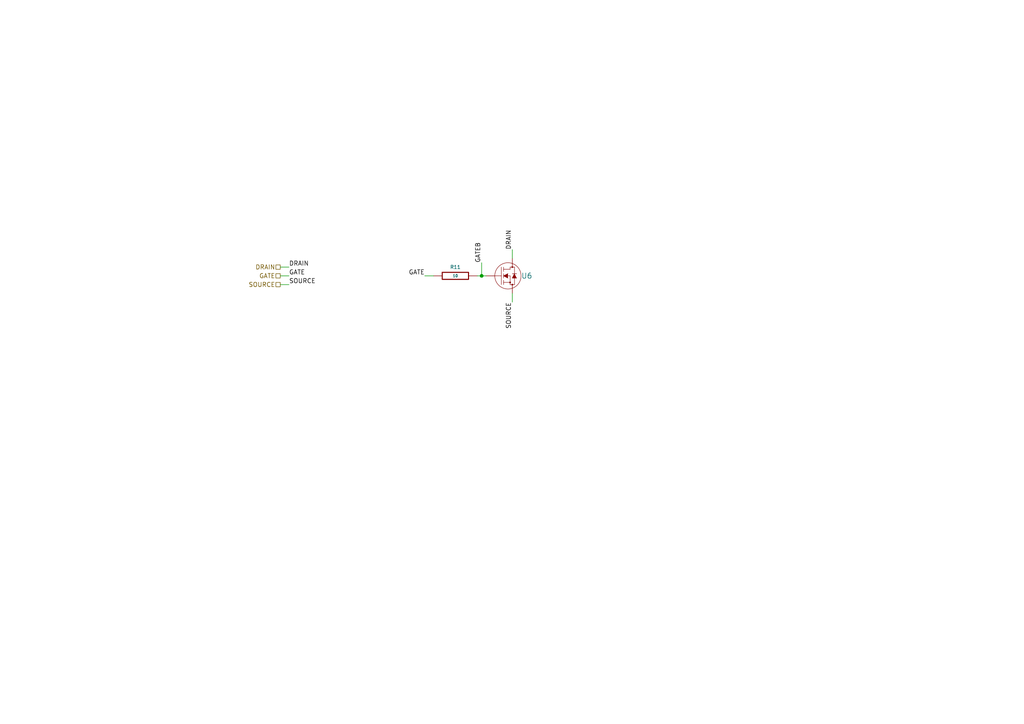
<source format=kicad_sch>
(kicad_sch (version 20230121) (generator eeschema)
  (paper "A4")
  (title_block (title "mouse-joystick-pcb") (date "2024-07-27") (rev "1.0") (company "Peter Polidoro"))
  (lib_symbols
    (symbol "Janelia:MOSFET-N-CH-EN-BSC072N08NS5" (pin_numbers hide) (pin_names (offset 0) hide)
      (property "Reference" "U" (at 3.81 0 0))
      (symbol "MOSFET-N-CH-EN-BSC072N08NS5_0_1"
        (polyline (pts (xy -3.81 0) (xy -1.905 0)) (stroke (width 0.127)))
        (polyline (pts (xy -1.905 -2.54) (xy -1.905 2.54)) (stroke (width 0.127)))
        (polyline (pts (xy -1.27 -2.54) (xy -1.27 -1.27)) (stroke (width 0.127)))
        (polyline (pts (xy -1.27 -1.905) (xy 0.635 -1.905)) (stroke (width 0.127)))
        (polyline (pts (xy -1.27 -0.635) (xy -1.27 0.635)) (stroke (width 0.127)))
        (polyline (pts (xy -1.27 1.27) (xy -1.27 2.54)) (stroke (width 0.127)))
        (polyline (pts (xy -1.27 1.905) (xy 0.635 1.905)) (stroke (width 0.127)))
        (polyline (pts (xy 0 0) (xy 0.635 0)) (stroke (width 0.127)))
        (polyline (pts (xy 0.635 -2.54) (xy 0.635 0)) (stroke (width 0.127)))
        (polyline (pts (xy 0.635 -2.54) (xy 1.905 -2.54)) (stroke (width 0.127)))
        (polyline (pts (xy 0.635 1.905) (xy 0.635 2.54)) (stroke (width 0.127)))
        (polyline (pts (xy 0.635 2.54) (xy 1.905 2.54)) (stroke (width 0.127)))
        (polyline (pts (xy 1.905 -2.54) (xy 1.905 -0.635)) (stroke (width 0.127)))
        (polyline (pts (xy 1.905 0.635) (xy 1.905 2.54)) (stroke (width 0.127)))
        (polyline (pts (xy 2.54 0.635) (xy 1.27 0.635)) (stroke (width 0.127)))
        (polyline (pts (xy 0 0.635) (xy -1.27 0) (xy 0 -0.635)) (fill (type outline)))
        (polyline (pts (xy 2.54 -0.635) (xy 1.27 -0.635) (xy 1.905 0.635)) (fill (type outline)))
        (circle (center 0 0) (radius 3.81) (stroke (width 0.127)))
        (circle (center 0.635 -1.905) (radius 0.127) (stroke (width 0.254)))
        (circle (center 1.27 -2.54) (radius 0.127) (stroke (width 0.254)))
        (circle (center 1.27 2.54) (radius 0.127) (stroke (width 0.254)))
      )
      (symbol "MOSFET-N-CH-EN-BSC072N08NS5_1_1"
        (pin unspecified line (at 1.27 -5.08 90) (length 2.54) (name "S") (number "1"))
        (pin unspecified line (at 1.27 -5.08 90) (length 2.54) hide (name "S") (number "2"))
        (pin unspecified line (at 1.27 -5.08 90) (length 2.54) hide (name "S") (number "3"))
        (pin unspecified line (at -6.35 0 0) (length 2.54) (name "G") (number "4"))
        (pin unspecified line (at 1.27 5.08 270) (length 2.54) (name "D") (number "5"))
        (pin unspecified line (at 1.27 5.08 270) (length 2.54) hide (name "D") (number "6"))
        (pin unspecified line (at 1.27 5.08 270) (length 2.54) hide (name "D") (number "7"))
        (pin unspecified line (at 1.27 5.08 270) (length 2.54) hide (name "D") (number "8"))
      )
    )
    (symbol "Janelia:R_10_100mW_0603" (pin_numbers hide) (pin_names (offset 0))
      (property "Reference" "R" (at 2.032 0 90))
      (property "Value" "10" (at 0 0 90))
      (symbol "R_10_100mW_0603_0_1"
        (rectangle (start -1.016 3.81) (end 1.016 -3.81) (stroke (width 0.3048)))
      )
      (symbol "R_10_100mW_0603_1_1"
        (pin passive line (at 0 6.35 270) (length 2.54) (name "~") (number "1"))
        (pin passive line (at 0 -6.35 90) (length 2.54) (name "~") (number "2"))
      )
    )
  )
  (junction (at 139.7 80.01))
  (wire (pts (xy 81.28 77.47) (xy 83.82 77.47)))
  (wire (pts (xy 139.7 80.01) (xy 140.97 80.01)))
  (wire (pts (xy 81.28 80.01) (xy 83.82 80.01)))
  (wire (pts (xy 148.59 85.09) (xy 148.59 87.63)))
  (wire (pts (xy 138.43 80.01) (xy 139.7 80.01)))
  (wire (pts (xy 125.73 80.01) (xy 123.19 80.01)))
  (wire (pts (xy 81.28 82.55) (xy 83.82 82.55)))
  (wire (pts (xy 148.59 72.39) (xy 148.59 74.93)))
  (wire (pts (xy 139.7 76.2) (xy 139.7 80.01)))
  (label "DRAIN" (at 148.59 72.39 90))
  (label "SOURCE" (at 83.82 82.55 0))
  (label "GATE" (at 83.82 80.01 0))
  (label "DRAIN" (at 83.82 77.47 0))
  (label "SOURCE" (at 148.59 87.63 270))
  (label "GATE" (at 123.19 80.01 180))
  (label "GATEB" (at 139.7 76.2 90))
  (hierarchical_label "SOURCE" (shape passive) (at 81.28 82.55 180))
  (hierarchical_label "GATE" (shape passive) (at 81.28 80.01 180))
  (hierarchical_label "DRAIN" (shape passive) (at 81.28 77.47 180))
  (symbol (lib_id "Janelia:MOSFET-N-CH-EN-BSC072N08NS5") (at 147.32 80.01 0) (unit 1)
    (property "Reference" "U6" (at 151.13 80.01 0) (effects (font (size 1.524 1.524)) (justify left)))
    (property "Value" "MOSFET-N-CH-EN-BUK7D36-60EX" (effects hide))
    (property "Footprint" "Janelia:PG-TDSON-8_INF" (effects hide))
    (property "Synopsis" "MOSFET N-CH 80V 74A" (effects hide))
    (property "Package" "TDSON-8" (effects hide))
    (property "Manufacturer" "Infineon Technologies" (effects hide))
    (property "Manufacturer Part Number" "BSC072N08NS5ATMA1" (effects hide))
    (property "Vendor" "Digi-Key" (effects hide))
    (property "Vendor Part Number" "BSC072N08NS5ATMA1CT-ND" (effects hide))
    (property "LCSC" "C3278732" (effects hide))
    (instances (project "mouse-joystick-pcb" (path "" (reference "U6") (unit 1)) (path "" (reference "U3") (unit 1)) (path "" (reference "U4") (unit 1)) (path "" (reference "U5") (unit 1)) (path "" (reference "U7") (unit 1)) (path "" (reference "U8") (unit 1)) (path "" (reference "U9") (unit 1)) (path "" (reference "U10") (unit 1))))
  )
  (symbol (lib_id "Janelia:R_10_100mW_0603") (at 132.08 80.01 90) (unit 1)
    (property "Reference" "R11" (at 132.08 77.47 90) (effects (font (size 1.016 1.016))))
    (property "Value" "10" (at 132.08 80.01 90) (effects (font (size 0.762 0.762))))
    (property "Footprint" "Janelia:R_0603_1608Metric" (effects hide))
    (property "Vendor" "JLCPCB" (effects hide))
    (property "Vendor Part Number" "C2090788" (effects hide))
    (property "Synopsis" "RES SMD 10 OHM 1% 1/10W" (effects hide))
    (property "Package" "0603" (effects hide))
    (property "Manufacturer" "ROHM Semicon" (effects hide))
    (property "Manufacturer Part Number" "KTR03EZPF10R0" (effects hide))
    (property "LCSC" "C2090788" (effects hide))
    (instances (project "mouse-joystick-pcb" (path "" (reference "R11") (unit 1)) (path "" (reference "R8") (unit 1)) (path "" (reference "R9") (unit 1)) (path "" (reference "R10") (unit 1)) (path "" (reference "R12") (unit 1)) (path "" (reference "R13") (unit 1)) (path "" (reference "R14") (unit 1)) (path "" (reference "R15") (unit 1))))
  )
)
</source>
